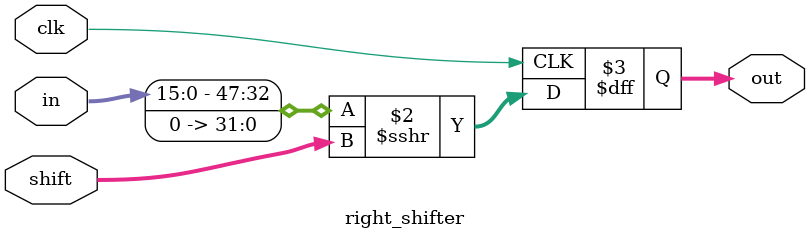
<source format=v>

`timescale 1 ns / 1 ps

module right_shifter
 #
(
  parameter TOTAL_WIDTH = 48,
  parameter DATA_WIDTH = 16,
  parameter [TOTAL_WIDTH-DATA_WIDTH-1:0] zero = 0
)
(
  input wire clk,
  input wire signed [DATA_WIDTH-1:0] in,
  output reg signed [TOTAL_WIDTH-1:0] out,
  input wire [$clog2(TOTAL_WIDTH):0] shift
);

  always @(posedge clk) begin
    out <= ($signed({in,zero}) >>> shift);
  end

endmodule

</source>
